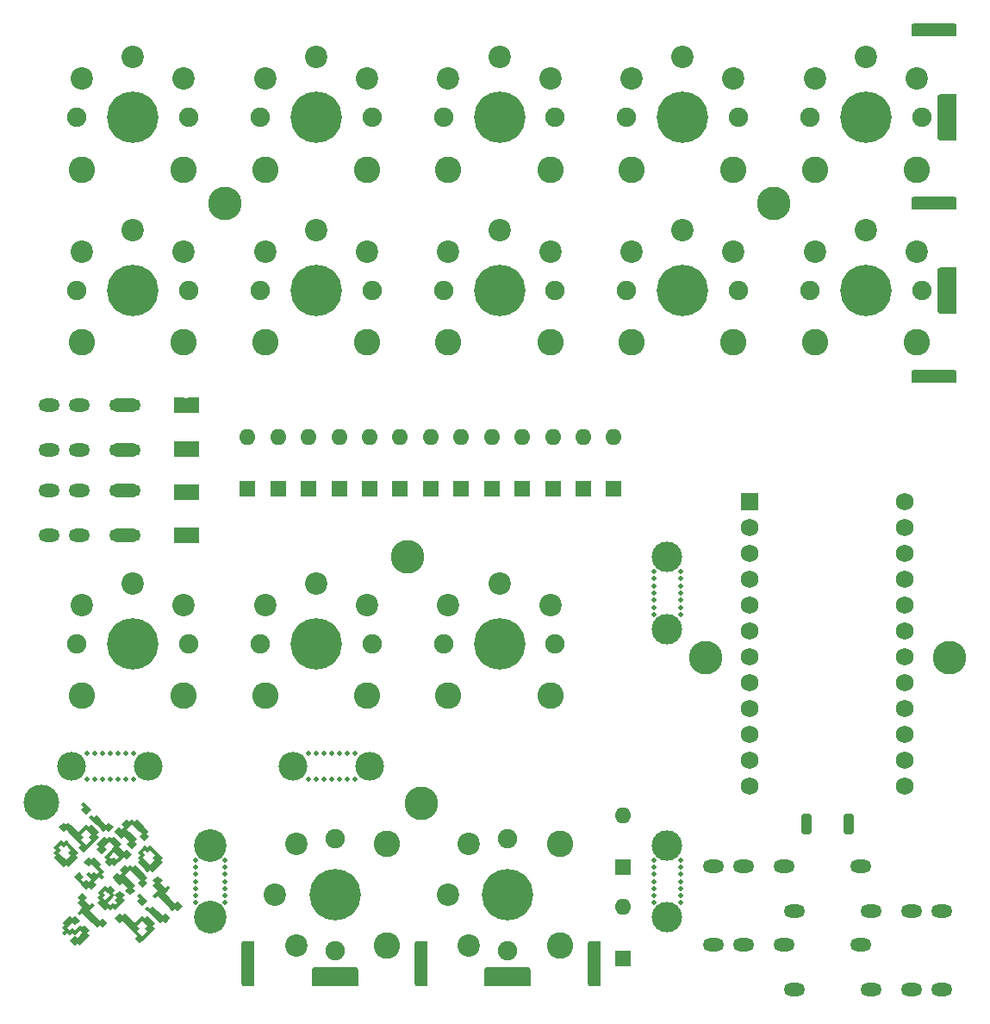
<source format=gts>
%TF.GenerationSoftware,KiCad,Pcbnew,9.0.2*%
%TF.CreationDate,2026-01-27T22:30:12+01:00*%
%TF.ProjectId,obiwanstenobit,6f626977-616e-4737-9465-6e6f6269742e,rev?*%
%TF.SameCoordinates,Original*%
%TF.FileFunction,Soldermask,Top*%
%TF.FilePolarity,Negative*%
%FSLAX46Y46*%
G04 Gerber Fmt 4.6, Leading zero omitted, Abs format (unit mm)*
G04 Created by KiCad (PCBNEW 9.0.2) date 2026-01-27 22:30:12*
%MOMM*%
%LPD*%
G01*
G04 APERTURE LIST*
G04 Aperture macros list*
%AMRoundRect*
0 Rectangle with rounded corners*
0 $1 Rounding radius*
0 $2 $3 $4 $5 $6 $7 $8 $9 X,Y pos of 4 corners*
0 Add a 4 corners polygon primitive as box body*
4,1,4,$2,$3,$4,$5,$6,$7,$8,$9,$2,$3,0*
0 Add four circle primitives for the rounded corners*
1,1,$1+$1,$2,$3*
1,1,$1+$1,$4,$5*
1,1,$1+$1,$6,$7*
1,1,$1+$1,$8,$9*
0 Add four rect primitives between the rounded corners*
20,1,$1+$1,$2,$3,$4,$5,0*
20,1,$1+$1,$4,$5,$6,$7,0*
20,1,$1+$1,$6,$7,$8,$9,0*
20,1,$1+$1,$8,$9,$2,$3,0*%
%AMFreePoly0*
4,1,6,1.000000,0.000000,0.500000,-0.750000,-0.500000,-0.750000,-0.500000,0.750000,0.500000,0.750000,1.000000,0.000000,1.000000,0.000000,$1*%
%AMFreePoly1*
4,1,6,0.500000,-0.750000,-0.650000,-0.750000,-0.150000,0.000000,-0.650000,0.750000,0.500000,0.750000,0.500000,-0.750000,0.500000,-0.750000,$1*%
%AMFreePoly2*
4,1,15,-0.950000,1.965000,-0.942430,2.030251,-0.900124,2.126064,-0.826064,2.200124,-0.730251,2.242430,-0.665000,2.250000,0.950000,2.250000,0.950000,-2.250000,-0.665000,-2.250000,-0.730251,-2.242430,-0.826064,-2.200124,-0.900124,-2.126064,-0.942430,-2.030251,-0.950000,-1.965000,-0.950000,1.965000,-0.950000,1.965000,$1*%
G04 Aperture macros list end*
%ADD10C,0.500000*%
%ADD11C,1.900000*%
%ADD12C,2.600000*%
%ADD13C,5.050000*%
%ADD14C,2.200000*%
%ADD15O,2.100000X1.300000*%
%ADD16C,3.000000*%
%ADD17C,0.500000*%
%ADD18R,1.600000X1.600000*%
%ADD19O,1.600000X1.600000*%
%ADD20RoundRect,0.190500X-2.049500X-0.444500X2.049500X-0.444500X2.049500X0.444500X-2.049500X0.444500X0*%
%ADD21FreePoly0,0.000000*%
%ADD22FreePoly1,0.000000*%
%ADD23R,1.752600X1.752600*%
%ADD24C,1.752600*%
%ADD25C,3.208000*%
%ADD26C,3.300000*%
%ADD27FreePoly2,0.000000*%
%ADD28O,3.100000X1.300000*%
%ADD29RoundRect,0.190500X0.444500X-2.049500X0.444500X2.049500X-0.444500X2.049500X-0.444500X-2.049500X0*%
%ADD30RoundRect,0.250000X-0.250000X-0.750000X0.250000X-0.750000X0.250000X0.750000X-0.250000X0.750000X0*%
%ADD31C,2.833000*%
%ADD32FreePoly2,270.000000*%
%ADD33C,3.500000*%
G04 APERTURE END LIST*
D10*
G36*
X112912313Y-115844467D02*
G01*
X113159628Y-116091782D01*
X113406943Y-116339097D01*
X113654257Y-116586411D01*
X113901572Y-116833726D01*
X113654257Y-117081041D01*
X113901572Y-117328355D01*
X113654257Y-117575670D01*
X113406943Y-117822985D01*
X113159628Y-118070299D01*
X112912313Y-118317614D01*
X112664999Y-118070299D01*
X112417684Y-118317614D01*
X112170369Y-118070299D01*
X111923055Y-117822985D01*
X111675740Y-117575670D01*
X111428425Y-117328355D01*
X111675740Y-117081041D01*
X111428425Y-116833726D01*
X111675740Y-116586411D01*
X111428425Y-116339097D01*
X111923055Y-116339097D01*
X112170369Y-116586411D01*
X111923055Y-116833726D01*
X112170369Y-117081041D01*
X112417684Y-117328355D01*
X112664999Y-117575670D01*
X112912313Y-117328355D01*
X113159628Y-117081041D01*
X112912313Y-116833726D01*
X113159628Y-116586411D01*
X112912313Y-116339097D01*
X112664999Y-116091782D01*
X112417684Y-116339097D01*
X112170369Y-116091782D01*
X111923055Y-116339097D01*
X111428425Y-116339097D01*
X111675740Y-116091782D01*
X111923055Y-115844467D01*
X112170369Y-115597153D01*
X112417684Y-115844467D01*
X112664999Y-115597153D01*
X112912313Y-115844467D01*
G37*
G36*
X113158246Y-114114646D02*
G01*
X113405561Y-114361961D01*
X113652876Y-114609276D01*
X113900190Y-114856590D01*
X114147505Y-114609276D01*
X114394820Y-114361961D01*
X114642134Y-114114646D01*
X114889449Y-114361961D01*
X115136764Y-114114646D01*
X115384078Y-114361961D01*
X115631393Y-114609276D01*
X115878708Y-114856590D01*
X115631393Y-115103905D01*
X115878708Y-115351220D01*
X115631393Y-115598534D01*
X115384078Y-115845849D01*
X115136764Y-116093164D01*
X114889449Y-116340478D01*
X114642134Y-116587793D01*
X114394820Y-116835108D01*
X114147505Y-116587793D01*
X113900190Y-116340478D01*
X114147505Y-116093164D01*
X113900190Y-115845849D01*
X113652876Y-115598534D01*
X113405561Y-115351220D01*
X113158246Y-115103905D01*
X114147505Y-115103905D01*
X114394820Y-115351220D01*
X114147505Y-115598534D01*
X114394820Y-115845849D01*
X114642134Y-116093164D01*
X114889449Y-115845849D01*
X115136764Y-115598534D01*
X114889449Y-115351220D01*
X115136764Y-115103905D01*
X114889449Y-114856590D01*
X114642134Y-114609276D01*
X114394820Y-114856590D01*
X114147505Y-115103905D01*
X113158246Y-115103905D01*
X112910932Y-114856590D01*
X112663617Y-114609276D01*
X112416302Y-114856590D01*
X112168988Y-114609276D01*
X111921673Y-114361961D01*
X112168988Y-114114646D01*
X112416302Y-113867332D01*
X112663617Y-114114646D01*
X112910932Y-113867332D01*
X113158246Y-114114646D01*
G37*
G36*
X117115281Y-114609276D02*
G01*
X116867966Y-114856590D01*
X116620652Y-114609276D01*
X116373337Y-114856590D01*
X116126022Y-114609276D01*
X115878708Y-114361961D01*
X115631393Y-114114646D01*
X115384078Y-113867332D01*
X115136764Y-113620017D01*
X114889449Y-113372702D01*
X115136764Y-113125388D01*
X115384078Y-113372702D01*
X115631393Y-113125388D01*
X115878708Y-113372702D01*
X116126022Y-113620017D01*
X116373337Y-113867332D01*
X116620652Y-114114646D01*
X116867966Y-113867332D01*
X117115281Y-114114646D01*
X117362596Y-114361961D01*
X117115281Y-114609276D01*
G37*
G36*
X114889449Y-112878073D02*
G01*
X114642134Y-113125388D01*
X114394820Y-112878073D01*
X114147505Y-112630758D01*
X114394820Y-112383444D01*
X114147505Y-112136129D01*
X114394820Y-111888814D01*
X114642134Y-112136129D01*
X114889449Y-112383444D01*
X115136764Y-112630758D01*
X114889449Y-112878073D01*
G37*
G36*
X118697392Y-123072222D02*
G01*
X118944707Y-123319537D01*
X119192021Y-123566851D01*
X119439336Y-123814166D01*
X119686651Y-123566851D01*
X119933965Y-123319537D01*
X120181280Y-123072222D01*
X120428595Y-123319537D01*
X120675909Y-123072222D01*
X120923224Y-123319537D01*
X121170539Y-123566851D01*
X121417853Y-123814166D01*
X121170539Y-124061481D01*
X121417853Y-124308795D01*
X121170539Y-124556110D01*
X120923224Y-124803425D01*
X120675909Y-125050739D01*
X120428595Y-125298054D01*
X120181280Y-125545369D01*
X119933965Y-125792683D01*
X119686651Y-125545369D01*
X119439336Y-125298054D01*
X119686651Y-125050739D01*
X119439336Y-124803425D01*
X119192021Y-124556110D01*
X118944707Y-124308795D01*
X118697392Y-124061481D01*
X119686651Y-124061481D01*
X119933965Y-124308795D01*
X119686651Y-124556110D01*
X119933965Y-124803425D01*
X120181280Y-125050739D01*
X120428595Y-124803425D01*
X120675909Y-124556110D01*
X120428595Y-124308795D01*
X120675909Y-124061481D01*
X120428595Y-123814166D01*
X120181280Y-123566851D01*
X119933965Y-123814166D01*
X119686651Y-124061481D01*
X118697392Y-124061481D01*
X118450077Y-123814166D01*
X118202763Y-123566851D01*
X117955448Y-123814166D01*
X117708133Y-123566851D01*
X117460819Y-123319537D01*
X117708133Y-123072222D01*
X117955448Y-122824907D01*
X118202763Y-123072222D01*
X118450077Y-122824907D01*
X118697392Y-123072222D01*
G37*
G36*
X122654427Y-123566851D02*
G01*
X122407112Y-123814166D01*
X122159797Y-123566851D01*
X121912483Y-123814166D01*
X121665168Y-123566851D01*
X121417853Y-123319537D01*
X121170539Y-123072222D01*
X120923224Y-122824907D01*
X120675909Y-122577593D01*
X120428595Y-122330278D01*
X120675909Y-122082963D01*
X120923224Y-122330278D01*
X121170539Y-122082963D01*
X121417853Y-122330278D01*
X121665168Y-122577593D01*
X121912483Y-122824907D01*
X122159797Y-123072222D01*
X122407112Y-122824907D01*
X122654427Y-123072222D01*
X122901741Y-123319537D01*
X122654427Y-123566851D01*
G37*
G36*
X120428595Y-121835649D02*
G01*
X120181280Y-122082963D01*
X119933965Y-121835649D01*
X119686651Y-121588334D01*
X119933965Y-121341019D01*
X119686651Y-121093705D01*
X119933965Y-120846390D01*
X120181280Y-121093705D01*
X120428595Y-121341019D01*
X120675909Y-121588334D01*
X120428595Y-121835649D01*
G37*
G36*
X123891000Y-122330278D02*
G01*
X123643685Y-122577593D01*
X123396371Y-122330278D01*
X123149056Y-122577593D01*
X122901741Y-122330278D01*
X122654427Y-122082963D01*
X122407112Y-121835649D01*
X122159797Y-121588334D01*
X121912483Y-121341019D01*
X121665168Y-121093705D01*
X121417853Y-121341019D01*
X121170539Y-121093705D01*
X121417853Y-120846390D01*
X121665168Y-120599075D01*
X121417853Y-120351761D01*
X121170539Y-120104446D01*
X121417853Y-119857131D01*
X121170539Y-119609816D01*
X121417853Y-119362502D01*
X121665168Y-119115187D01*
X121912483Y-119362502D01*
X122159797Y-119609816D01*
X121912483Y-119857131D01*
X122159797Y-120104446D01*
X122407112Y-120351761D01*
X122654427Y-120104446D01*
X122901741Y-120351761D01*
X122654427Y-120599075D01*
X122407112Y-120846390D01*
X122654427Y-121093705D01*
X122901741Y-121341019D01*
X123149056Y-121588334D01*
X123396371Y-121835649D01*
X123643685Y-121588334D01*
X123891000Y-121835649D01*
X124138315Y-122082963D01*
X123891000Y-122330278D01*
G37*
G36*
X113772515Y-123271358D02*
G01*
X114019830Y-123518672D01*
X113772515Y-123765987D01*
X113525200Y-124013302D01*
X113277886Y-123765987D01*
X113030571Y-124013302D01*
X112783256Y-124260616D01*
X113030571Y-124507931D01*
X113277886Y-124260616D01*
X113525200Y-124507931D01*
X113772515Y-124260616D01*
X114019830Y-124013302D01*
X114267144Y-124260616D01*
X114514459Y-124013302D01*
X114761774Y-124260616D01*
X115009088Y-124507931D01*
X114761774Y-124755246D01*
X115009088Y-125002560D01*
X114761774Y-125249875D01*
X114514459Y-125497190D01*
X114267144Y-125744504D01*
X114019830Y-125991819D01*
X113772515Y-125744504D01*
X113525200Y-125991819D01*
X113277886Y-125744504D01*
X113030571Y-125497190D01*
X113277886Y-125249875D01*
X113525200Y-125002560D01*
X113772515Y-125249875D01*
X114019830Y-125002560D01*
X114267144Y-124755246D01*
X114019830Y-124507931D01*
X113772515Y-124755246D01*
X113525200Y-125002560D01*
X113277886Y-124755246D01*
X113030571Y-125002560D01*
X112783256Y-124755246D01*
X112535942Y-125002560D01*
X112288627Y-124755246D01*
X112535942Y-124507931D01*
X112288627Y-124260616D01*
X112535942Y-124013302D01*
X112288627Y-123765987D01*
X112535942Y-123518672D01*
X112783256Y-123271358D01*
X113030571Y-123024043D01*
X113277886Y-123271358D01*
X113525200Y-123024043D01*
X113772515Y-123271358D01*
G37*
G36*
X116491595Y-124014683D02*
G01*
X116244280Y-124261998D01*
X115996965Y-124014683D01*
X115749651Y-124261998D01*
X115502336Y-124014683D01*
X115255021Y-123767369D01*
X115007707Y-123520054D01*
X114760392Y-123272739D01*
X114513077Y-123025425D01*
X114265763Y-122778110D01*
X114018448Y-123025425D01*
X113771133Y-122778110D01*
X114018448Y-122530795D01*
X114265763Y-122283481D01*
X114018448Y-122036166D01*
X113771133Y-121788851D01*
X114018448Y-121541537D01*
X113771133Y-121294222D01*
X114018448Y-121046907D01*
X114265763Y-120799593D01*
X114513077Y-121046907D01*
X114760392Y-121294222D01*
X114513077Y-121541537D01*
X114760392Y-121788851D01*
X115007707Y-122036166D01*
X115255021Y-121788851D01*
X115502336Y-122036166D01*
X115255021Y-122283481D01*
X115007707Y-122530795D01*
X115255021Y-122778110D01*
X115502336Y-123025425D01*
X115749651Y-123272739D01*
X115996965Y-123520054D01*
X116244280Y-123272739D01*
X116491595Y-123520054D01*
X116738909Y-123767369D01*
X116491595Y-124014683D01*
G37*
G36*
X117233539Y-120304963D02*
G01*
X117480853Y-120552278D01*
X117233539Y-120799593D01*
X117480853Y-121046907D01*
X117233539Y-121294222D01*
X116986224Y-121541537D01*
X116738909Y-121788851D01*
X116986224Y-122036166D01*
X117233539Y-121788851D01*
X117480853Y-122036166D01*
X117728168Y-121788851D01*
X117480853Y-121541537D01*
X117728168Y-121294222D01*
X117480853Y-121046907D01*
X117728168Y-120799593D01*
X117975483Y-120552278D01*
X118222797Y-120799593D01*
X118470112Y-121046907D01*
X118222797Y-121294222D01*
X118470112Y-121541537D01*
X118222797Y-121788851D01*
X117975483Y-122036166D01*
X117728168Y-122283481D01*
X117480853Y-122530795D01*
X117233539Y-122283481D01*
X116986224Y-122530795D01*
X116738909Y-122283481D01*
X116491595Y-122530795D01*
X116244280Y-122283481D01*
X115996965Y-122036166D01*
X115749651Y-121788851D01*
X115996965Y-121541537D01*
X115749651Y-121294222D01*
X115996965Y-121046907D01*
X115749651Y-120799593D01*
X116244280Y-120799593D01*
X116491595Y-121046907D01*
X116244280Y-121294222D01*
X116491595Y-121541537D01*
X116738909Y-121294222D01*
X116986224Y-121046907D01*
X116738909Y-120799593D01*
X116491595Y-120552278D01*
X116244280Y-120799593D01*
X115749651Y-120799593D01*
X115996965Y-120552278D01*
X116244280Y-120304963D01*
X116491595Y-120057649D01*
X116738909Y-120304963D01*
X116986224Y-120057649D01*
X117233539Y-120304963D01*
G37*
G36*
X120448629Y-120057649D02*
G01*
X120201315Y-120304963D01*
X119954000Y-120057649D01*
X119706685Y-119810334D01*
X119954000Y-119563019D01*
X119706685Y-119315705D01*
X119459371Y-119068390D01*
X119212056Y-118821075D01*
X118964741Y-118573761D01*
X118717427Y-118821075D01*
X118470112Y-119068390D01*
X118717427Y-119315705D01*
X118964741Y-119563019D01*
X119212056Y-119810334D01*
X119459371Y-120057649D01*
X119212056Y-120304963D01*
X119459371Y-120552278D01*
X119212056Y-120799593D01*
X118964741Y-121046907D01*
X118717427Y-120799593D01*
X118470112Y-120552278D01*
X118717427Y-120304963D01*
X118470112Y-120057649D01*
X118222797Y-119810334D01*
X117975483Y-120057649D01*
X117728168Y-119810334D01*
X117480853Y-119563019D01*
X117233539Y-119315705D01*
X117480853Y-119068390D01*
X117728168Y-118821075D01*
X117975483Y-119068390D01*
X118222797Y-118821075D01*
X117975483Y-118573761D01*
X118222797Y-118326446D01*
X118470112Y-118079131D01*
X118717427Y-118326446D01*
X118964741Y-118079131D01*
X119212056Y-118326446D01*
X119459371Y-118079131D01*
X119706685Y-118326446D01*
X119954000Y-118573761D01*
X120201315Y-118821075D01*
X120448629Y-119068390D01*
X120695944Y-119315705D01*
X120448629Y-119563019D01*
X120695944Y-119810334D01*
X120448629Y-120057649D01*
G37*
G36*
X121190573Y-116347929D02*
G01*
X121437888Y-116595243D01*
X121685203Y-116842558D01*
X121932517Y-117089873D01*
X122179832Y-117337187D01*
X121932517Y-117584502D01*
X122179832Y-117831817D01*
X121932517Y-118079131D01*
X121685203Y-118326446D01*
X121437888Y-118573761D01*
X121190573Y-118821075D01*
X120943259Y-118573761D01*
X120695944Y-118821075D01*
X120448629Y-118573761D01*
X120201315Y-118326446D01*
X119954000Y-118079131D01*
X119706685Y-117831817D01*
X119954000Y-117584502D01*
X119706685Y-117337187D01*
X119954000Y-117089873D01*
X119706685Y-116842558D01*
X120201315Y-116842558D01*
X120448629Y-117089873D01*
X120201315Y-117337187D01*
X120448629Y-117584502D01*
X120695944Y-117831817D01*
X120943259Y-118079131D01*
X121190573Y-117831817D01*
X121437888Y-117584502D01*
X121190573Y-117337187D01*
X121437888Y-117089873D01*
X121190573Y-116842558D01*
X120943259Y-116595243D01*
X120695944Y-116842558D01*
X120448629Y-116595243D01*
X120201315Y-116842558D01*
X119706685Y-116842558D01*
X119954000Y-116595243D01*
X120201315Y-116347929D01*
X120448629Y-116100614D01*
X120695944Y-116347929D01*
X120943259Y-116100614D01*
X121190573Y-116347929D01*
G37*
G36*
X116158247Y-119488347D02*
G01*
X115910932Y-119241032D01*
X115663617Y-119488347D01*
X115416303Y-119735662D01*
X115663617Y-119982976D01*
X115416303Y-120230291D01*
X115168988Y-120477606D01*
X114921673Y-120230291D01*
X114674359Y-120477606D01*
X114427044Y-120230291D01*
X114179729Y-119982976D01*
X113932415Y-119735662D01*
X113685100Y-119488347D01*
X113437785Y-119241032D01*
X113685100Y-118993718D01*
X113932415Y-118746403D01*
X114179729Y-118993718D01*
X114427044Y-119241032D01*
X114179729Y-119488347D01*
X114427044Y-119735662D01*
X114674359Y-119488347D01*
X114921673Y-119735662D01*
X115168988Y-119488347D01*
X114921673Y-119241032D01*
X114674359Y-118993718D01*
X114921673Y-118746403D01*
X115168988Y-118993718D01*
X115416303Y-118746403D01*
X115663617Y-118993718D01*
X115910932Y-118746403D01*
X115663617Y-118499088D01*
X115416303Y-118251774D01*
X115168988Y-118004459D01*
X114921673Y-118251774D01*
X114674359Y-118004459D01*
X114427044Y-117757144D01*
X114674359Y-117509830D01*
X114921673Y-117262515D01*
X115168988Y-117509830D01*
X115416303Y-117262515D01*
X115663617Y-117509830D01*
X115910932Y-117757144D01*
X116158247Y-118004459D01*
X115910932Y-118251774D01*
X116158247Y-118499088D01*
X116405561Y-118746403D01*
X116158247Y-118993718D01*
X116405561Y-119241032D01*
X116158247Y-119488347D01*
G37*
G36*
X117643516Y-115529931D02*
G01*
X117890831Y-115777245D01*
X118138146Y-116024560D01*
X117890831Y-116271875D01*
X118138146Y-116519189D01*
X118385460Y-116766504D01*
X118632775Y-116519189D01*
X118880090Y-116766504D01*
X119127404Y-117013819D01*
X118880090Y-117261133D01*
X118632775Y-117508448D01*
X118385460Y-117261133D01*
X118138146Y-117508448D01*
X117890831Y-117755763D01*
X117643516Y-118003077D01*
X117396202Y-118250392D01*
X117148887Y-118003077D01*
X116901572Y-118250392D01*
X116654258Y-118003077D01*
X116406943Y-117755763D01*
X116654258Y-117508448D01*
X116406943Y-117261133D01*
X116901572Y-117261133D01*
X117148887Y-117508448D01*
X117396202Y-117261133D01*
X117643516Y-117508448D01*
X117890831Y-117261133D01*
X117643516Y-117013819D01*
X117396202Y-116766504D01*
X117148887Y-117013819D01*
X116901572Y-117261133D01*
X116406943Y-117261133D01*
X116654258Y-117013819D01*
X116901572Y-116766504D01*
X117148887Y-116519189D01*
X117396202Y-116271875D01*
X117148887Y-116024560D01*
X116901572Y-115777245D01*
X116654258Y-116024560D01*
X116406943Y-116271875D01*
X116654258Y-116519189D01*
X116406943Y-116766504D01*
X116159628Y-117013819D01*
X115912314Y-116766504D01*
X115664999Y-116519189D01*
X115912314Y-116271875D01*
X115664999Y-116024560D01*
X115912314Y-115777245D01*
X116159628Y-115529931D01*
X116406943Y-115282616D01*
X116654258Y-115529931D01*
X116901572Y-115282616D01*
X117148887Y-115529931D01*
X117396202Y-115282616D01*
X117643516Y-115529931D01*
G37*
G36*
X120611292Y-115529931D02*
G01*
X120363978Y-115777245D01*
X120116663Y-115529931D01*
X119869348Y-115282616D01*
X120116663Y-115035301D01*
X119869348Y-114787987D01*
X119622034Y-114540672D01*
X119374719Y-114293357D01*
X119127404Y-114046043D01*
X118880090Y-114293357D01*
X118632775Y-114540672D01*
X118880090Y-114787987D01*
X119127404Y-115035301D01*
X119374719Y-115282616D01*
X119622034Y-115529931D01*
X119374719Y-115777245D01*
X119622034Y-116024560D01*
X119374719Y-116271875D01*
X119127404Y-116519189D01*
X118880090Y-116271875D01*
X118632775Y-116024560D01*
X118880090Y-115777245D01*
X118632775Y-115529931D01*
X118385460Y-115282616D01*
X118138146Y-115529931D01*
X117890831Y-115282616D01*
X117643516Y-115035301D01*
X117396202Y-114787987D01*
X117643516Y-114540672D01*
X117890831Y-114293357D01*
X118138146Y-114540672D01*
X118385460Y-114293357D01*
X118138146Y-114046043D01*
X118385460Y-113798728D01*
X118632775Y-113551413D01*
X118880090Y-113798728D01*
X119127404Y-113551413D01*
X119374719Y-113798728D01*
X119622034Y-113551413D01*
X119869348Y-113798728D01*
X120116663Y-114046043D01*
X120363978Y-114293357D01*
X120611292Y-114540672D01*
X120858607Y-114787987D01*
X120611292Y-115035301D01*
X120858607Y-115282616D01*
X120611292Y-115529931D01*
G37*
%TO.C,JP2*%
G36*
X123275000Y-72208299D02*
G01*
X125725000Y-72208299D01*
X125725000Y-73708299D01*
X123275000Y-73708299D01*
X123275000Y-72208299D01*
G37*
%TO.C,JP8*%
G36*
X123275000Y-84958293D02*
G01*
X125725000Y-84958293D01*
X125725000Y-86458293D01*
X123275000Y-86458293D01*
X123275000Y-84958293D01*
G37*
%TO.C,JP6*%
G36*
X123275000Y-80708295D02*
G01*
X125725000Y-80708295D01*
X125725000Y-82208295D01*
X123275000Y-82208295D01*
X123275000Y-80708295D01*
G37*
%TO.C,JP4*%
G36*
X123275000Y-76458297D02*
G01*
X125725000Y-76458297D01*
X125725000Y-77958297D01*
X123275000Y-77958297D01*
X123275000Y-76458297D01*
G37*
%TD*%
D11*
%TO.C,MX15*%
X156083340Y-126541615D03*
D12*
X161233340Y-126041615D03*
D13*
X156083340Y-121041615D03*
D12*
X161233340Y-116041615D03*
D11*
X156083340Y-115541615D03*
D14*
X150183340Y-121041615D03*
X152283340Y-126041615D03*
X152283340Y-116041615D03*
%TD*%
D15*
%TO.C,J15*%
X190755000Y-118216610D03*
X191755000Y-122616610D03*
X195755000Y-122616610D03*
X198755000Y-122616610D03*
%TD*%
D16*
%TO.C,mouse-bite-2.54mm-slot*%
X171750000Y-123249777D03*
D17*
X170420000Y-121808277D03*
X173080000Y-121808277D03*
X170420000Y-121108277D03*
X173080000Y-121108277D03*
X170420000Y-120408277D03*
X173080000Y-120408277D03*
X170420000Y-119708277D03*
X173080000Y-119708277D03*
X170420000Y-119008277D03*
X173080000Y-119008277D03*
X170420000Y-118308277D03*
X173080000Y-118308277D03*
X170420000Y-117608277D03*
X173080000Y-117608277D03*
D16*
X171750000Y-116152277D03*
%TD*%
D11*
%TO.C,MX13*%
X149750000Y-96333288D03*
D12*
X150250000Y-101483288D03*
D13*
X155250000Y-96333288D03*
D12*
X160250000Y-101483288D03*
D11*
X160750000Y-96333288D03*
D14*
X155250000Y-90433288D03*
X150250000Y-92533288D03*
X160250000Y-92533288D03*
%TD*%
D18*
%TO.C,D11*%
X160500000Y-81147963D03*
D19*
X160500000Y-76067963D03*
%TD*%
D15*
%TO.C,J16*%
X190755000Y-125936610D03*
X191755000Y-130336610D03*
X195755000Y-130336610D03*
X198755000Y-130336610D03*
%TD*%
D20*
%TO.C,J1*%
X198000000Y-36124983D03*
%TD*%
D21*
%TO.C,JP2*%
X123775000Y-72958299D03*
D22*
X125225000Y-72958299D03*
%TD*%
D18*
%TO.C,D15*%
X167416668Y-118314615D03*
D19*
X167416668Y-113234615D03*
%TD*%
D23*
%TO.C,U1*%
X179880000Y-82363288D03*
D24*
X179880000Y-84903288D03*
X179880000Y-87443288D03*
X179880000Y-89983288D03*
X179880000Y-92523288D03*
X179880000Y-95063288D03*
X179880000Y-97603288D03*
X179880000Y-100143288D03*
X179880000Y-102683288D03*
X179880000Y-105223288D03*
X179880000Y-107763288D03*
X179880000Y-110303288D03*
X195120000Y-110303288D03*
X195120000Y-107763288D03*
X195120000Y-105223288D03*
X195120000Y-102683288D03*
X195120000Y-100143288D03*
X195120000Y-97603288D03*
X195120000Y-95063288D03*
X195120000Y-92523288D03*
X195120000Y-89983288D03*
X195120000Y-87443288D03*
X195120000Y-84903288D03*
X195120000Y-82363288D03*
%TD*%
D25*
%TO.C,mouse-bite-2.54mm-slot*%
X126854000Y-123249777D03*
D17*
X125420000Y-121808277D03*
X128288000Y-121808277D03*
X125420000Y-121108277D03*
X128288000Y-121108277D03*
X125420000Y-120408277D03*
X128288000Y-120408277D03*
X125420000Y-119708277D03*
X128288000Y-119708277D03*
X125420000Y-119008277D03*
X128288000Y-119008277D03*
X125420000Y-118308277D03*
X128288000Y-118308277D03*
X125420000Y-117608277D03*
X128288000Y-117608277D03*
D25*
X126854000Y-116152277D03*
%TD*%
D11*
%TO.C,MX8*%
X149750000Y-61624971D03*
D12*
X150250000Y-66774971D03*
D13*
X155250000Y-61624971D03*
D12*
X160250000Y-66774971D03*
D11*
X160750000Y-61624971D03*
D14*
X155250000Y-55724971D03*
X150250000Y-57824971D03*
X160250000Y-57824971D03*
%TD*%
D15*
%TO.C,J14*%
X184245000Y-130336610D03*
X183245000Y-125936610D03*
X179245000Y-125936610D03*
X176245000Y-125936610D03*
%TD*%
D11*
%TO.C,MX5*%
X185750000Y-44624979D03*
D12*
X186250000Y-49774979D03*
D13*
X191250000Y-44624979D03*
D12*
X196250000Y-49774979D03*
D11*
X196750000Y-44624979D03*
D14*
X191250000Y-38724979D03*
X186250000Y-40824979D03*
X196250000Y-40824979D03*
%TD*%
D11*
%TO.C,MX3*%
X149750000Y-44624979D03*
D12*
X150250000Y-49774979D03*
D13*
X155250000Y-44624979D03*
D12*
X160250000Y-49774979D03*
D11*
X160750000Y-44624979D03*
D14*
X155250000Y-38724979D03*
X150250000Y-40824979D03*
X160250000Y-40824979D03*
%TD*%
D18*
%TO.C,D2*%
X133500000Y-81147963D03*
D19*
X133500000Y-76067963D03*
%TD*%
D11*
%TO.C,MX1*%
X113750000Y-44624979D03*
D12*
X114250000Y-49774979D03*
D13*
X119250000Y-44624979D03*
D12*
X124250000Y-49774979D03*
D11*
X124750000Y-44624979D03*
D14*
X119250000Y-38724979D03*
X114250000Y-40824979D03*
X124250000Y-40824979D03*
%TD*%
D26*
%TO.C,HOLE5*%
X175500000Y-97749954D03*
%TD*%
D18*
%TO.C,D4*%
X139500000Y-81147963D03*
D19*
X139500000Y-76067963D03*
%TD*%
D11*
%TO.C,MX2*%
X131750000Y-44624979D03*
D12*
X132250000Y-49774979D03*
D13*
X137250000Y-44624979D03*
D12*
X142250000Y-49774979D03*
D11*
X142750000Y-44624979D03*
D14*
X137250000Y-38724979D03*
X132250000Y-40824979D03*
X142250000Y-40824979D03*
%TD*%
D11*
%TO.C,MX4*%
X167750000Y-44624979D03*
D12*
X168250000Y-49774979D03*
D13*
X173250000Y-44624979D03*
D12*
X178250000Y-49774979D03*
D11*
X178750000Y-44624979D03*
D14*
X173250000Y-38724979D03*
X168250000Y-40824979D03*
X178250000Y-40824979D03*
%TD*%
D11*
%TO.C,MX12*%
X131750000Y-96333288D03*
D12*
X132250000Y-101483288D03*
D13*
X137250000Y-96333288D03*
D12*
X142250000Y-101483288D03*
D11*
X142750000Y-96333288D03*
D14*
X137250000Y-90433288D03*
X132250000Y-92533288D03*
X142250000Y-92533288D03*
%TD*%
D26*
%TO.C,HOLE5*%
X147583344Y-112041615D03*
%TD*%
D21*
%TO.C,JP8*%
X123775000Y-85708293D03*
D22*
X125225000Y-85708293D03*
%TD*%
D18*
%TO.C,D8*%
X151500000Y-81147963D03*
D19*
X151500000Y-76067963D03*
%TD*%
D18*
%TO.C,D5*%
X142500000Y-81147963D03*
D19*
X142500000Y-76067963D03*
%TD*%
D27*
%TO.C,REF\u002A\u002A*%
X199263000Y-44624979D03*
%TD*%
D26*
%TO.C,HOLE5*%
X182250000Y-53124975D03*
%TD*%
D28*
%TO.C,J18*%
X118495000Y-85711631D03*
X118495000Y-81311631D03*
D15*
X113995000Y-81311631D03*
X113995000Y-85711631D03*
X110995000Y-81311631D03*
X110995000Y-85711631D03*
%TD*%
D27*
%TO.C,REF\u002A\u002A*%
X199263000Y-61624971D03*
%TD*%
D20*
%TO.C,J3*%
X198000000Y-53124975D03*
%TD*%
D18*
%TO.C,D3*%
X136500000Y-81147963D03*
D19*
X136500000Y-76067963D03*
%TD*%
D15*
%TO.C,J13*%
X184245000Y-122616610D03*
X183245000Y-118216610D03*
X179245000Y-118216610D03*
X176245000Y-118216610D03*
%TD*%
D11*
%TO.C,MX14*%
X139083348Y-126541615D03*
D12*
X144233348Y-126041615D03*
D13*
X139083348Y-121041615D03*
D12*
X144233348Y-116041615D03*
D11*
X139083348Y-115541615D03*
D14*
X133183348Y-121041615D03*
X135283348Y-126041615D03*
X135283348Y-116041615D03*
%TD*%
D18*
%TO.C,D12*%
X163500000Y-81147963D03*
D19*
X163500000Y-76067963D03*
%TD*%
D18*
%TO.C,D7*%
X148500000Y-81147963D03*
D19*
X148500000Y-76067963D03*
%TD*%
D29*
%TO.C,J9*%
X147583344Y-127791615D03*
%TD*%
D18*
%TO.C,D13*%
X166500000Y-81147963D03*
D19*
X166500000Y-76067963D03*
%TD*%
D30*
%TO.C,SW1*%
X185400000Y-114041613D03*
X189600000Y-114041613D03*
%TD*%
D16*
%TO.C,mouse-bite-2.54mm-slot*%
X171750000Y-94916457D03*
D17*
X170420000Y-93474957D03*
X173080000Y-93474957D03*
X170420000Y-92774957D03*
X173080000Y-92774957D03*
X170420000Y-92074957D03*
X173080000Y-92074957D03*
X170420000Y-91374957D03*
X173080000Y-91374957D03*
X170420000Y-90674957D03*
X173080000Y-90674957D03*
X170420000Y-89974957D03*
X173080000Y-89974957D03*
X170420000Y-89274957D03*
X173080000Y-89274957D03*
D16*
X171750000Y-87818957D03*
%TD*%
D31*
%TO.C,mouse-bite-2.54mm-slot*%
X113250000Y-108374949D03*
D17*
X114714000Y-107104949D03*
X114714000Y-109644949D03*
X115476000Y-107104949D03*
X115476000Y-109644949D03*
X116238000Y-107104949D03*
X116238000Y-109644949D03*
X117000000Y-107104949D03*
X117000000Y-109644949D03*
X117762000Y-107104949D03*
X117762000Y-109644949D03*
X118524000Y-107104949D03*
X118524000Y-109644949D03*
X119286000Y-107104949D03*
X119286000Y-109644949D03*
D31*
X120750000Y-108374949D03*
%TD*%
D21*
%TO.C,JP6*%
X123775000Y-81458295D03*
D22*
X125225000Y-81458295D03*
%TD*%
D18*
%TO.C,D10*%
X157500000Y-81147963D03*
D19*
X157500000Y-76067963D03*
%TD*%
D28*
%TO.C,J17*%
X118495000Y-77283298D03*
X118495000Y-72883298D03*
D15*
X113995000Y-72883298D03*
X113995000Y-77283298D03*
X110995000Y-72883298D03*
X110995000Y-77283298D03*
%TD*%
D26*
%TO.C,HOLE5*%
X128250000Y-53124975D03*
%TD*%
D21*
%TO.C,JP4*%
X123775000Y-77208297D03*
D22*
X125225000Y-77208297D03*
%TD*%
D32*
%TO.C,REF\u002A\u002A*%
X156083340Y-129063615D03*
%TD*%
D18*
%TO.C,D1*%
X130500000Y-81147963D03*
D19*
X130500000Y-76067963D03*
%TD*%
D33*
%TO.C,HOLE5*%
X110250000Y-111916614D03*
%TD*%
D11*
%TO.C,MX11*%
X113750000Y-96333288D03*
D12*
X114250000Y-101483288D03*
D13*
X119250000Y-96333288D03*
D12*
X124250000Y-101483288D03*
D11*
X124750000Y-96333288D03*
D14*
X119250000Y-90433288D03*
X114250000Y-92533288D03*
X124250000Y-92533288D03*
%TD*%
D18*
%TO.C,D9*%
X154500000Y-81147963D03*
D19*
X154500000Y-76067963D03*
%TD*%
D20*
%TO.C,J5*%
X198000000Y-70124967D03*
%TD*%
D26*
%TO.C,HOLE5*%
X146250000Y-87833292D03*
%TD*%
%TO.C,HOLE5*%
X199500000Y-97749954D03*
%TD*%
D29*
%TO.C,J7*%
X130583352Y-127791615D03*
%TD*%
D32*
%TO.C,REF\u002A\u002A*%
X139083348Y-129063615D03*
%TD*%
D31*
%TO.C,mouse-bite-2.54mm-slot*%
X135000000Y-108374949D03*
D17*
X136464000Y-107104949D03*
X136464000Y-109644949D03*
X137226000Y-107104949D03*
X137226000Y-109644949D03*
X137988000Y-107104949D03*
X137988000Y-109644949D03*
X138750000Y-107104949D03*
X138750000Y-109644949D03*
X139512000Y-107104949D03*
X139512000Y-109644949D03*
X140274000Y-107104949D03*
X140274000Y-109644949D03*
X141036000Y-107104949D03*
X141036000Y-109644949D03*
D31*
X142500000Y-108374949D03*
%TD*%
D11*
%TO.C,MX6*%
X113750000Y-61624971D03*
D12*
X114250000Y-66774971D03*
D13*
X119250000Y-61624971D03*
D12*
X124250000Y-66774971D03*
D11*
X124750000Y-61624971D03*
D14*
X119250000Y-55724971D03*
X114250000Y-57824971D03*
X124250000Y-57824971D03*
%TD*%
D11*
%TO.C,MX9*%
X167750000Y-61624971D03*
D12*
X168250000Y-66774971D03*
D13*
X173250000Y-61624971D03*
D12*
X178250000Y-66774971D03*
D11*
X178750000Y-61624971D03*
D14*
X173250000Y-55724971D03*
X168250000Y-57824971D03*
X178250000Y-57824971D03*
%TD*%
D18*
%TO.C,D14*%
X167416668Y-127314615D03*
D19*
X167416668Y-122234615D03*
%TD*%
D11*
%TO.C,MX7*%
X131750000Y-61624971D03*
D12*
X132250000Y-66774971D03*
D13*
X137250000Y-61624971D03*
D12*
X142250000Y-66774971D03*
D11*
X142750000Y-61624971D03*
D14*
X137250000Y-55724971D03*
X132250000Y-57824971D03*
X142250000Y-57824971D03*
%TD*%
D29*
%TO.C,J11*%
X164583336Y-127791615D03*
%TD*%
D11*
%TO.C,MX10*%
X185750000Y-61624971D03*
D12*
X186250000Y-66774971D03*
D13*
X191250000Y-61624971D03*
D12*
X196250000Y-66774971D03*
D11*
X196750000Y-61624971D03*
D14*
X191250000Y-55724971D03*
X186250000Y-57824971D03*
X196250000Y-57824971D03*
%TD*%
D18*
%TO.C,D6*%
X145500000Y-81147963D03*
D19*
X145500000Y-76067963D03*
%TD*%
M02*

</source>
